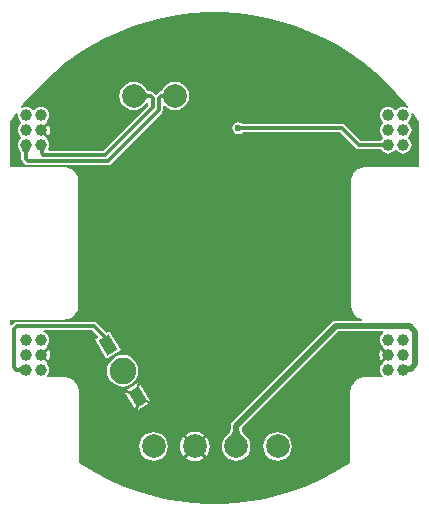
<source format=gbl>
G04*
G04 #@! TF.GenerationSoftware,Altium Limited,Altium Designer,20.1.8 (145)*
G04*
G04 Layer_Physical_Order=2*
G04 Layer_Color=16711680*
%FSTAX43Y43*%
%MOMM*%
G71*
G04*
G04 #@! TF.SameCoordinates,4F0FCE7A-41FC-4E90-8E0B-8DC11F55BA44*
G04*
G04*
G04 #@! TF.FilePolarity,Positive*
G04*
G01*
G75*
%ADD19C,0.300*%
%ADD20C,0.500*%
%ADD21C,2.000*%
%ADD22C,1.000*%
%ADD23C,2.250*%
%ADD24C,0.600*%
G04:AMPARAMS|DCode=25|XSize=1.5mm|YSize=1mm|CornerRadius=0mm|HoleSize=0mm|Usage=FLASHONLY|Rotation=300.000|XOffset=0mm|YOffset=0mm|HoleType=Round|Shape=Rectangle|*
%AMROTATEDRECTD25*
4,1,4,-0.808,0.400,0.058,0.900,0.808,-0.400,-0.058,-0.900,-0.808,0.400,0.0*
%
%ADD25ROTATEDRECTD25*%

G36*
X0101128Y0111041D02*
X010112Y0111063D01*
X0101109Y0111082D01*
X0101093Y0111099D01*
X0101074Y0111113D01*
X0101051Y0111126D01*
X0101023Y0111136D01*
X0100992Y0111144D01*
X0100957Y0111149D01*
X0100918Y0111153D01*
X0100875Y0111154D01*
Y0111454D01*
X0100919Y0111455D01*
X010096Y0111458D01*
X0100996Y0111464D01*
X0101029Y0111472D01*
X0101058Y0111482D01*
X0101082Y0111494D01*
X0101103Y0111508D01*
X010112Y0111525D01*
X0101132Y0111544D01*
X0101141Y0111565D01*
X0101128Y0111041D01*
D02*
G37*
G36*
X0099498Y0111731D02*
X0099544Y0111673D01*
X0099593Y0111622D01*
X0099645Y0111577D01*
X00997Y0111539D01*
X0099759Y0111509D01*
X009982Y0111485D01*
X0099885Y0111468D01*
X0099952Y0111457D01*
X0100023Y0111454D01*
Y0111154D01*
X0099954Y0111151D01*
X0099888Y011114D01*
X0099825Y0111123D01*
X0099765Y0111098D01*
X0099709Y0111067D01*
X0099657Y0111029D01*
X0099607Y0110983D01*
X0099561Y0110931D01*
X0099519Y0110872D01*
X009948Y0110806D01*
X0099455Y0111796D01*
X0099498Y0111731D01*
D02*
G37*
G36*
X010609Y011835D02*
X010737Y0118271D01*
X0108642Y0118113D01*
X0109902Y0117878D01*
X0111146Y0117565D01*
X0112368Y0117176D01*
X0113563Y0116713D01*
X0114728Y0116176D01*
X0115857Y011557D01*
X0116947Y0114894D01*
X0117993Y0114153D01*
X0118992Y0113349D01*
X0119939Y0112485D01*
X0120831Y0111564D01*
X0121665Y011059D01*
X0121836Y0110364D01*
X0121814Y0110329D01*
X0121748Y0110269D01*
X0121601Y011033D01*
X0121419Y0110354D01*
X0121236Y011033D01*
X0121066Y0110259D01*
X0120919Y0110147D01*
X0120862Y0110073D01*
X0120705D01*
X0120648Y0110147D01*
X0120502Y0110259D01*
X0120331Y011033D01*
X0120149Y0110354D01*
X0119966Y011033D01*
X0119796Y0110259D01*
X0119649Y0110147D01*
X0119537Y0110001D01*
X0119467Y010983D01*
X0119443Y0109648D01*
X0119467Y0109465D01*
X0119537Y0109295D01*
X0119649Y0109148D01*
X0119724Y0109091D01*
Y0108934D01*
X0119649Y0108877D01*
X0119537Y0108731D01*
X0119467Y010856D01*
X0119443Y0108378D01*
X0119467Y0108195D01*
X0119537Y0108025D01*
X0119649Y0107878D01*
X0119724Y0107821D01*
Y0107664D01*
X0119649Y0107607D01*
X011954Y0107465D01*
X0117793D01*
X0116451Y0108806D01*
X0116336Y0108884D01*
X0116199Y0108911D01*
X0107832D01*
X0107826Y0108912D01*
X0107812Y0108914D01*
X010781Y0108914D01*
X0107809Y0108914D01*
X0107644Y0109025D01*
X0107449Y0109064D01*
X0107254Y0109025D01*
X0107089Y0108914D01*
X0106978Y0108749D01*
X0106939Y0108554D01*
X0106978Y0108359D01*
X0107089Y0108194D01*
X0107254Y0108083D01*
X0107449Y0108044D01*
X0107644Y0108083D01*
X0107809Y0108194D01*
X010781Y0108194D01*
X0107812Y0108194D01*
X0107823Y0108196D01*
X0107837Y0108197D01*
X0116051D01*
X0117393Y0106855D01*
X0117509Y0106778D01*
X0117645Y0106751D01*
X011954D01*
X0119649Y0106608D01*
X0119796Y0106496D01*
X0119966Y0106426D01*
X0120149Y0106402D01*
X0120331Y0106426D01*
X0120502Y0106496D01*
X0120648Y0106608D01*
X0120705Y0106683D01*
X0120862D01*
X0120919Y0106608D01*
X0121066Y0106496D01*
X0121236Y0106426D01*
X0121419Y0106402D01*
X0121601Y0106426D01*
X0121772Y0106496D01*
X0121918Y0106608D01*
X012203Y0106755D01*
X0122101Y0106925D01*
X0122125Y0107108D01*
X0122101Y010729D01*
X012203Y0107461D01*
X0121918Y0107607D01*
X0121844Y0107664D01*
Y0107821D01*
X0121918Y0107878D01*
X012203Y0108025D01*
X0122101Y0108195D01*
X0122125Y0108378D01*
X0122101Y010856D01*
X012203Y0108731D01*
X0121918Y0108877D01*
X0121844Y0108934D01*
Y0109091D01*
X0121918Y0109148D01*
X012203Y0109295D01*
X0122101Y0109465D01*
X0122125Y0109648D01*
X0122105Y0109795D01*
X0122227Y0109845D01*
X0122435Y0109568D01*
X0122745Y0109078D01*
Y0105258D01*
X0118199D01*
X0118194Y0105257D01*
X0118189Y0105258D01*
X0118091Y0105253D01*
X0118076Y0105249D01*
X0118061D01*
X0117869Y0105211D01*
X011785Y0105203D01*
X0117831Y0105199D01*
X011765Y0105124D01*
X0117633Y0105113D01*
X0117614Y0105105D01*
X0117451Y0104997D01*
X0117437Y0104982D01*
X011742Y0104971D01*
X0117282Y0104833D01*
X0117271Y0104816D01*
X0117256Y0104802D01*
X0117148Y0104639D01*
X011714Y010462D01*
X0117129Y0104603D01*
X0117054Y0104422D01*
X011705Y0104403D01*
X0117042Y0104384D01*
X0117004Y0104192D01*
Y0104177D01*
X0117Y0104162D01*
X0116995Y0104064D01*
X0116996Y0104059D01*
X0116995Y0104054D01*
Y0093554D01*
X0116996Y0093549D01*
X0116995Y0093544D01*
X0117Y0093446D01*
X0117004Y0093431D01*
Y0093416D01*
X0117042Y0093224D01*
X011705Y0093205D01*
X0117054Y0093186D01*
X0117129Y0093005D01*
X011714Y0092988D01*
X0117148Y0092969D01*
X0117256Y0092806D01*
X0117271Y0092792D01*
X0117282Y0092775D01*
X011742Y0092637D01*
X0117437Y0092626D01*
X0117451Y0092611D01*
X0117614Y0092503D01*
X0117633Y0092495D01*
X011765Y0092484D01*
X0117831Y0092409D01*
X011785Y0092405D01*
X0117869Y0092397D01*
X0117905Y009239D01*
X0117893Y0092263D01*
X0115699D01*
X0115523Y0092228D01*
X0115375Y0092128D01*
X010695Y0083703D01*
X010685Y0083555D01*
X0106815Y0083379D01*
Y0083103D01*
X0106806Y0083049D01*
X0106789Y0082984D01*
X0106764Y0082917D01*
X0106731Y0082847D01*
X0106689Y0082775D01*
X010664Y0082703D01*
X0106508Y0082542D01*
X0106454Y0082488D01*
X0106418Y008246D01*
X0106226Y0082209D01*
X0106105Y0081917D01*
X0106064Y0081604D01*
X0106105Y0081291D01*
X0106226Y0080999D01*
X0106418Y0080748D01*
X0106669Y0080556D01*
X0106961Y0080435D01*
X0107274Y0080394D01*
X0107587Y0080435D01*
X0107879Y0080556D01*
X010813Y0080748D01*
X0108322Y0080999D01*
X0108443Y0081291D01*
X0108484Y0081604D01*
X0108443Y0081917D01*
X0108322Y0082209D01*
X010813Y008246D01*
X0108094Y0082488D01*
X0108038Y0082544D01*
X0107969Y0082623D01*
X010791Y00827D01*
X0107859Y0082775D01*
X0107817Y0082847D01*
X0107784Y0082917D01*
X0107759Y0082984D01*
X0107742Y0083049D01*
X0107733Y0083103D01*
Y0083189D01*
X0115889Y0091345D01*
X0119699D01*
X0119742Y0091218D01*
X0119649Y0091147D01*
X0119537Y0091001D01*
X0119467Y009083D01*
X0119443Y0090648D01*
X0119467Y0090465D01*
X0119537Y0090295D01*
X0119649Y0090148D01*
X0119678Y0090127D01*
Y0090028D01*
X0120239Y0089468D01*
X0120149Y0089378D01*
X0120239Y0089288D01*
X0119678Y0088727D01*
Y0088629D01*
X0119649Y0088607D01*
X0119537Y0088461D01*
X0119467Y008829D01*
X0119443Y0088108D01*
X0119467Y0087925D01*
X0119537Y0087755D01*
X0119649Y0087608D01*
X011968Y0087585D01*
X0119637Y0087458D01*
X0118149D01*
X0118144Y0087457D01*
X0118139Y0087458D01*
X0118041Y0087453D01*
X0118026Y0087449D01*
X0118011D01*
X0117819Y0087411D01*
X01178Y0087403D01*
X0117781Y0087399D01*
X01176Y0087324D01*
X0117583Y0087313D01*
X0117564Y0087305D01*
X0117401Y0087197D01*
X0117387Y0087182D01*
X011737Y0087171D01*
X0117232Y0087033D01*
X0117221Y0087016D01*
X0117206Y0087002D01*
X0117098Y0086839D01*
X011709Y008682D01*
X0117079Y0086803D01*
X0117004Y0086622D01*
X0117Y0086603D01*
X0116992Y0086584D01*
X0116954Y0086392D01*
Y0086377D01*
X011695Y0086362D01*
X0116945Y0086264D01*
X0116946Y0086259D01*
X0116945Y0086254D01*
Y0080224D01*
X0116525Y0079942D01*
X0115465Y0079318D01*
X0114369Y0078758D01*
X0113243Y0078264D01*
X011209Y0077837D01*
X0110913Y0077479D01*
X0109717Y0077191D01*
X0108506Y0076975D01*
X0107285Y007683D01*
X0106057Y0076758D01*
X0104827Y0076758D01*
X0103599Y0076831D01*
X0102378Y0076977D01*
X0101167Y0077194D01*
X0099972Y0077483D01*
X0098795Y0077841D01*
X0097642Y0078269D01*
X0096516Y0078764D01*
X0095421Y0079325D01*
X0094362Y0079949D01*
X0093941Y0080232D01*
Y0086262D01*
X009394Y0086267D01*
X0093941Y0086272D01*
X0093936Y008637D01*
X0093933Y0086385D01*
Y00864D01*
X0093894Y0086592D01*
X0093887Y0086611D01*
X0093883Y008663D01*
X0093808Y0086811D01*
X0093797Y0086828D01*
X0093789Y0086847D01*
X009368Y008701D01*
X0093666Y0087024D01*
X0093655Y008704D01*
X0093516Y0087179D01*
X0093499Y008719D01*
X0093485Y0087204D01*
X0093322Y0087313D01*
X0093304Y0087321D01*
X0093287Y0087332D01*
X0093106Y0087407D01*
X0093086Y0087411D01*
X0093068Y0087419D01*
X0092875Y0087457D01*
X009286D01*
X0092846Y0087461D01*
X0092748Y0087466D01*
X0092743Y0087465D01*
X0092738Y0087466D01*
X0091271D01*
X0091228Y0087593D01*
X0091248Y0087608D01*
X009136Y0087755D01*
X0091431Y0087925D01*
X0091455Y0088108D01*
X0091431Y008829D01*
X009136Y0088461D01*
X0091248Y0088607D01*
X009122Y0088629D01*
Y0088727D01*
X0090659Y0089288D01*
X0090749Y0089378D01*
X0090659Y0089468D01*
X009122Y0090028D01*
Y0090127D01*
X0091248Y0090148D01*
X009136Y0090295D01*
X0091431Y0090465D01*
X0091455Y0090648D01*
X0091431Y009083D01*
X009136Y0091001D01*
X0091248Y0091147D01*
X0091102Y0091259D01*
X0090931Y009133D01*
X0090963Y0091447D01*
X0095051D01*
X0095564Y0090934D01*
X0095548Y0090808D01*
X0095318Y0090675D01*
X0096268Y008903D01*
X009748Y008973D01*
X009653Y0091375D01*
X0096278Y009123D01*
X0095451Y0092056D01*
X0095336Y0092134D01*
X0095199Y0092161D01*
X0088699D01*
X0088562Y0092134D01*
X0088447Y0092056D01*
X0088268Y0091878D01*
X0088141Y0091931D01*
Y009235D01*
X0092699D01*
X0092704Y0092351D01*
X0092709Y009235D01*
X0092807Y0092355D01*
X0092822Y0092359D01*
X0092837D01*
X0093029Y0092397D01*
X0093048Y0092405D01*
X0093067Y0092409D01*
X0093248Y0092484D01*
X0093265Y0092495D01*
X0093284Y0092503D01*
X0093447Y0092611D01*
X0093461Y0092626D01*
X0093478Y0092637D01*
X0093616Y0092775D01*
X0093627Y0092792D01*
X0093642Y0092806D01*
X009375Y0092969D01*
X0093758Y0092988D01*
X0093769Y0093005D01*
X0093844Y0093186D01*
X0093848Y0093205D01*
X0093856Y0093224D01*
X0093894Y0093416D01*
Y0093431D01*
X0093898Y0093446D01*
X0093903Y0093544D01*
X0093902Y0093549D01*
X0093903Y0093554D01*
Y0104054D01*
X0093902Y0104059D01*
X0093903Y0104064D01*
X0093898Y0104162D01*
X0093894Y0104177D01*
Y0104192D01*
X0093856Y0104384D01*
X0093848Y0104403D01*
X0093844Y0104422D01*
X0093769Y0104603D01*
X0093758Y010462D01*
X009375Y0104639D01*
X0093642Y0104802D01*
X0093627Y0104816D01*
X0093616Y0104833D01*
X0093478Y0104971D01*
X0093461Y0104982D01*
X0093447Y0104997D01*
X0093284Y0105105D01*
X0093265Y0105113D01*
X0093248Y0105124D01*
X0093067Y0105199D01*
X0093048Y0105203D01*
X0093029Y0105211D01*
X0092837Y0105249D01*
X0092822D01*
X0092807Y0105253D01*
X0092709Y0105258D01*
X0092704Y0105257D01*
X0092699Y0105258D01*
X0088141D01*
X0088141Y0109084D01*
X0088461Y0109567D01*
X008867Y0109844D01*
X0088792Y0109794D01*
X0088773Y0109648D01*
X0088797Y0109465D01*
X0088867Y0109295D01*
X0088979Y0109148D01*
X0089054Y0109091D01*
Y0108934D01*
X0088979Y0108877D01*
X0088867Y0108731D01*
X0088797Y010856D01*
X0088773Y0108378D01*
X0088797Y0108195D01*
X0088867Y0108025D01*
X0088979Y0107878D01*
X0089054Y0107821D01*
Y0107664D01*
X0088979Y0107607D01*
X0088867Y0107461D01*
X0088797Y010729D01*
X0088773Y0107108D01*
X0088797Y0106925D01*
X0088867Y0106755D01*
X0088947Y0106651D01*
X0088953Y0106639D01*
X0088977Y0106612D01*
X0088979Y0106608D01*
X008898Y0106608D01*
X0088986Y0106601D01*
X0089011Y0106569D01*
X0089032Y0106537D01*
X008905Y0106506D01*
X0089065Y0106476D01*
X0089076Y0106448D01*
X0089084Y010642D01*
X008909Y0106394D01*
X0089092Y010638D01*
Y010598D01*
X0089119Y0105843D01*
X0089197Y0105727D01*
X0089372Y0105552D01*
X0089488Y0105474D01*
X0089625Y0105447D01*
X0096449D01*
X0096586Y0105474D01*
X0096701Y0105552D01*
X0100951Y0109802D01*
X0101029Y0109917D01*
X0101056Y0110054D01*
Y011047D01*
X0101176Y0110511D01*
X0101243Y0110423D01*
X0101494Y0110231D01*
X0101786Y011011D01*
X0102099Y0110069D01*
X0102412Y011011D01*
X0102704Y0110231D01*
X0102955Y0110423D01*
X0103147Y0110674D01*
X0103268Y0110966D01*
X0103309Y0111279D01*
X0103268Y0111592D01*
X0103147Y0111884D01*
X0102955Y0112135D01*
X0102704Y0112327D01*
X0102412Y0112448D01*
X0102099Y0112489D01*
X0101786Y0112448D01*
X0101494Y0112327D01*
X0101243Y0112135D01*
X0101051Y0111884D01*
X010096Y0111665D01*
X0100957Y0111664D01*
X0100936Y0111661D01*
X0100933Y0111661D01*
X0100875D01*
X0100738Y0111634D01*
X0100622Y0111556D01*
X0100449Y0111383D01*
X0100276Y0111556D01*
X010016Y0111634D01*
X0100023Y0111661D01*
X0099971D01*
X0099926Y0111668D01*
X0099883Y0111679D01*
X0099843Y0111695D01*
X0099806Y0111715D01*
X0099769Y0111739D01*
X0099733Y011177D01*
X0099698Y0111807D01*
X0099663Y0111851D01*
X0099658Y0111859D01*
X0099647Y0111884D01*
X0099455Y0112135D01*
X0099204Y0112327D01*
X0098912Y0112448D01*
X0098599Y0112489D01*
X0098286Y0112448D01*
X0097994Y0112327D01*
X0097743Y0112135D01*
X0097551Y0111884D01*
X009743Y0111592D01*
X0097389Y0111279D01*
X009743Y0110966D01*
X0097551Y0110674D01*
X0097743Y0110423D01*
X0097994Y0110231D01*
X0098286Y011011D01*
X0098599Y0110069D01*
X0098912Y011011D01*
X0099204Y0110231D01*
X0099455Y0110423D01*
X0099647Y0110674D01*
X0099661Y0110706D01*
X0099715Y0110742D01*
X0099842Y0110675D01*
Y0110452D01*
X0096051Y0106661D01*
X0091432D01*
X0091374Y0106788D01*
X0091431Y0106925D01*
X0091455Y0107108D01*
X0091431Y010729D01*
X009136Y0107461D01*
X0091248Y0107607D01*
X009122Y0107629D01*
Y0107727D01*
X0090659Y0108288D01*
X0090749Y0108378D01*
X0090659Y0108468D01*
X009122Y0109028D01*
Y0109127D01*
X0091248Y0109148D01*
X009136Y0109295D01*
X0091431Y0109465D01*
X0091455Y0109648D01*
X0091431Y010983D01*
X009136Y0110001D01*
X0091248Y0110147D01*
X0091102Y0110259D01*
X0090931Y011033D01*
X0090749Y0110354D01*
X0090566Y011033D01*
X0090396Y0110259D01*
X0090249Y0110147D01*
X0090192Y0110073D01*
X0090035D01*
X0089978Y0110147D01*
X0089832Y0110259D01*
X0089661Y011033D01*
X0089479Y0110354D01*
X0089296Y011033D01*
X0089151Y0110269D01*
X0089079Y0110336D01*
X0089063Y0110364D01*
X0089234Y011059D01*
X0090067Y0111564D01*
X0090959Y0112485D01*
X0091907Y0113349D01*
X0092905Y0114153D01*
X0093951Y0114895D01*
X0095041Y011557D01*
X0096171Y0116177D01*
X0097335Y0116713D01*
X0098531Y0117176D01*
X0099752Y0117565D01*
X0100996Y0117878D01*
X0102256Y0118114D01*
X0103528Y0118271D01*
X0104808Y011835D01*
X010609Y011835D01*
D02*
G37*
G36*
X0107676Y0108753D02*
X0107691Y0108742D01*
X0107708Y0108733D01*
X0107728Y0108726D01*
X0107749Y0108719D01*
X0107773Y0108714D01*
X0107798Y0108709D01*
X0107826Y0108706D01*
X0107889Y0108704D01*
Y0108404D01*
X0107857Y0108403D01*
X0107798Y0108399D01*
X0107773Y0108394D01*
X0107749Y0108389D01*
X0107728Y0108382D01*
X0107708Y0108375D01*
X0107691Y0108366D01*
X0107676Y0108355D01*
X0107663Y0108344D01*
Y0108764D01*
X0107676Y0108753D01*
D02*
G37*
G36*
X0090964Y0106655D02*
X009096Y0106647D01*
X0090957Y0106636D01*
X0090954Y0106621D01*
X0090951Y0106603D01*
X0090947Y0106555D01*
X0090945Y0106458D01*
X0090645D01*
X0090645Y0106488D01*
X0090638Y010658D01*
X0090635Y0106595D01*
X0090631Y0106607D01*
X0090626Y0106616D01*
X0090621Y0106623D01*
X0090615Y0106626D01*
X0090969Y0106659D01*
X0090964Y0106655D01*
D02*
G37*
G36*
X0089807Y010673D02*
X0089767Y0106694D01*
X0089732Y0106656D01*
X0089701Y0106618D01*
X0089674Y0106578D01*
X0089651Y0106538D01*
X0089632Y0106497D01*
X0089618Y0106455D01*
X0089607Y0106411D01*
X0089601Y0106367D01*
X0089599Y0106322D01*
X0089299Y0106341D01*
X0089297Y0106385D01*
X0089291Y0106429D01*
X0089282Y0106472D01*
X0089268Y0106516D01*
X0089251Y0106559D01*
X008923Y0106602D01*
X0089205Y0106645D01*
X0089177Y0106687D01*
X0089144Y010673D01*
X0089108Y0106772D01*
X0089807Y010673D01*
D02*
G37*
G36*
X0089122Y0087758D02*
X0089082Y0087796D01*
X0089042Y008783D01*
X0089002Y008786D01*
X008896Y0087886D01*
X0088919Y0087908D01*
X0088876Y0087926D01*
X0088834Y008794D01*
X008879Y008795D01*
X0088746Y0087956D01*
X0088702Y0087958D01*
Y0088258D01*
X0088746Y008826D01*
X008879Y0088266D01*
X0088834Y0088276D01*
X0088876Y008829D01*
X0088919Y0088308D01*
X008896Y008833D01*
X0089002Y0088356D01*
X0089042Y0088386D01*
X0089082Y008842D01*
X0089122Y0088458D01*
Y0087758D01*
D02*
G37*
G36*
X0107529Y0083089D02*
X0107542Y0083006D01*
X0107564Y0082922D01*
X0107596Y0082837D01*
X0107636Y0082752D01*
X0107686Y0082667D01*
X0107744Y008258D01*
X0107812Y0082493D01*
X0107888Y0082406D01*
X0107974Y0082318D01*
X0106574D01*
X010666Y0082406D01*
X0106803Y008258D01*
X0106862Y0082667D01*
X0106911Y0082752D01*
X0106952Y0082837D01*
X0106983Y0082922D01*
X0107006Y0083006D01*
X010702Y0083089D01*
X0107024Y0083172D01*
X0107524D01*
X0107529Y0083089D01*
D02*
G37*
%LPC*%
G36*
X0091364Y0108814D02*
X0090928Y0108378D01*
X0091364Y0107942D01*
X0091407Y0107997D01*
X0091483Y0108181D01*
X0091509Y0108378D01*
X0091483Y0108575D01*
X0091407Y0108758D01*
X0091364Y0108814D01*
D02*
G37*
G36*
Y0089814D02*
X0090928Y0089378D01*
X0091364Y0088942D01*
X0091407Y0088997D01*
X0091483Y0089181D01*
X0091509Y0089378D01*
X0091483Y0089575D01*
X0091407Y0089758D01*
X0091364Y0089814D01*
D02*
G37*
G36*
X0119533Y0089814D02*
X011949Y0089758D01*
X0119414Y0089575D01*
X0119388Y0089378D01*
X0119414Y0089181D01*
X011949Y0088997D01*
X0119533Y0088942D01*
X0119969Y0089378D01*
X0119533Y0089814D01*
D02*
G37*
G36*
X0097661Y0089352D02*
X0097316Y0089307D01*
X0096993Y0089173D01*
X0096716Y0088961D01*
X0096504Y0088684D01*
X0096371Y0088362D01*
X0096325Y0088016D01*
X0096371Y008767D01*
X0096504Y0087348D01*
X0096716Y0087071D01*
X0096993Y0086858D01*
X0097316Y0086725D01*
X0097661Y0086679D01*
X0098007Y0086725D01*
X009833Y0086858D01*
X0098606Y0087071D01*
X0098819Y0087348D01*
X0098952Y008767D01*
X0098998Y0088016D01*
X0098952Y0088362D01*
X0098819Y0088684D01*
X0098606Y0088961D01*
X009833Y0089173D01*
X0098007Y0089307D01*
X0097661Y0089352D01*
D02*
G37*
G36*
X0098919Y0086986D02*
X0097925Y0086411D01*
X0098709Y0086201D01*
X0098919Y0086986D01*
D02*
G37*
G36*
X0099165Y008692D02*
X0098922Y0086013D01*
X0098799Y0086046D01*
X0098766Y0085923D01*
X0097859Y0086166D01*
X0098683Y0084738D01*
X0098926Y0085645D01*
X0099049Y0085612D01*
X0099082Y0085735D01*
X0099989Y0085492D01*
X0099165Y008692D01*
D02*
G37*
G36*
X0099139Y0085457D02*
X0098929Y0084672D01*
X0099923Y0085247D01*
X0099139Y0085457D01*
D02*
G37*
G36*
X0103774Y0082869D02*
X0103447Y0082826D01*
X0103142Y0082699D01*
X0102981Y0082576D01*
X0103774Y0081784D01*
X0104567Y0082576D01*
X0104406Y0082699D01*
X0104101Y0082826D01*
X0103774Y0082869D01*
D02*
G37*
G36*
X0102802Y0082397D02*
X0102679Y0082236D01*
X0102552Y0081931D01*
X0102509Y0081604D01*
X0102552Y0081277D01*
X0102679Y0080972D01*
X0102802Y0080811D01*
X0103594Y0081604D01*
X0102802Y0082397D01*
D02*
G37*
G36*
X0104746Y0082397D02*
X0103954Y0081604D01*
X0104746Y0080811D01*
X0104869Y0080972D01*
X0104996Y0081277D01*
X0105039Y0081604D01*
X0104996Y0081931D01*
X0104869Y0082236D01*
X0104746Y0082397D01*
D02*
G37*
G36*
X0110774Y0082814D02*
X0110461Y0082773D01*
X0110169Y0082652D01*
X0109918Y008246D01*
X0109726Y0082209D01*
X0109605Y0081917D01*
X0109564Y0081604D01*
X0109605Y0081291D01*
X0109726Y0080999D01*
X0109918Y0080748D01*
X0110169Y0080556D01*
X0110461Y0080435D01*
X0110774Y0080394D01*
X0111087Y0080435D01*
X0111379Y0080556D01*
X011163Y0080748D01*
X0111822Y0080999D01*
X0111943Y0081291D01*
X0111984Y0081604D01*
X0111943Y0081917D01*
X0111822Y0082209D01*
X011163Y008246D01*
X0111379Y0082652D01*
X0111087Y0082773D01*
X0110774Y0082814D01*
D02*
G37*
G36*
X0100274D02*
X0099961Y0082773D01*
X0099669Y0082652D01*
X0099418Y008246D01*
X0099226Y0082209D01*
X0099105Y0081917D01*
X0099064Y0081604D01*
X0099105Y0081291D01*
X0099226Y0080999D01*
X0099418Y0080748D01*
X0099669Y0080556D01*
X0099961Y0080435D01*
X0100274Y0080394D01*
X0100587Y0080435D01*
X0100879Y0080556D01*
X010113Y0080748D01*
X0101322Y0080999D01*
X0101443Y0081291D01*
X0101484Y0081604D01*
X0101443Y0081917D01*
X0101322Y0082209D01*
X010113Y008246D01*
X0100879Y0082652D01*
X0100587Y0082773D01*
X0100274Y0082814D01*
D02*
G37*
G36*
X0103774Y0081424D02*
X0102981Y0080632D01*
X0103142Y0080509D01*
X0103447Y0080382D01*
X0103774Y0080339D01*
X0104101Y0080382D01*
X0104406Y0080509D01*
X0104567Y0080632D01*
X0103774Y0081424D01*
D02*
G37*
%LPD*%
D19*
X0116199Y0108554D02*
X0117645Y0107108D01*
X0120149D01*
X0107449Y0108554D02*
X0116199D01*
X0096199Y0106304D02*
X0100199Y0110304D01*
X0098624Y0111304D02*
X0100023D01*
X0100199Y0111128D01*
Y0110304D02*
Y0111128D01*
X0098599Y0111279D02*
X0098624Y0111304D01*
X0096449Y0105804D02*
X0100699Y0110054D01*
X0089625Y0105804D02*
X0096449D01*
X0089449Y010598D02*
Y0107078D01*
Y010598D02*
X0089625Y0105804D01*
X0089449Y0107078D02*
X0089479Y0107108D01*
X0090749D02*
X0090795Y0107061D01*
Y0106458D02*
Y0107061D01*
Y0106458D02*
X0090949Y0106304D01*
X0096199D01*
X0101949Y0111304D02*
X0102074D01*
X0100875D02*
X0101949D01*
X0100699Y0111128D02*
X0100875Y0111304D01*
X0100699Y0110054D02*
Y0111128D01*
X0102074Y0111304D02*
X0102099Y0111279D01*
X0096399Y0090202D02*
Y0090604D01*
X0095199Y0091804D02*
X0096399Y0090604D01*
X0088699Y0091804D02*
X0095199D01*
X0088449Y0088304D02*
Y0091554D01*
X0088699Y0091804D01*
X0088645Y0088108D02*
X0089479D01*
X0088449Y0088304D02*
X0088645Y0088108D01*
D20*
X0107274Y0081604D02*
Y0083379D01*
X0115699Y0091804D01*
X0121949D01*
X0122449Y0088554D02*
Y0091304D01*
X0121419Y0088108D02*
X0121485Y0088174D01*
X0122069D01*
X0122449Y0088554D01*
X0121949Y0091804D02*
X0122449Y0091304D01*
D21*
X0098599Y0111279D02*
D03*
X0102099D02*
D03*
X0103774Y0081604D02*
D03*
X0100274D02*
D03*
X0107274D02*
D03*
X0110774D02*
D03*
D22*
X0089479Y0090648D02*
D03*
X0090749D02*
D03*
X0089479Y0089378D02*
D03*
X0090749D02*
D03*
X0089479Y0088108D02*
D03*
X0090749D02*
D03*
X0089479Y0109648D02*
D03*
X0090749D02*
D03*
X0089479Y0108378D02*
D03*
X0090749D02*
D03*
X0089479Y0107108D02*
D03*
X0090749D02*
D03*
X0120149Y0090648D02*
D03*
X0121419D02*
D03*
X0120149Y0089378D02*
D03*
X0121419D02*
D03*
X0120149Y0088108D02*
D03*
X0121419D02*
D03*
X0120149Y0109648D02*
D03*
X0121419D02*
D03*
X0120149Y0108378D02*
D03*
X0121419D02*
D03*
X0120149Y0107108D02*
D03*
X0121419D02*
D03*
D23*
X0097661Y0088016D02*
D03*
D24*
X0107449Y0108554D02*
D03*
D25*
X0096399Y0090202D02*
D03*
X0098924Y0085829D02*
D03*
M02*

</source>
